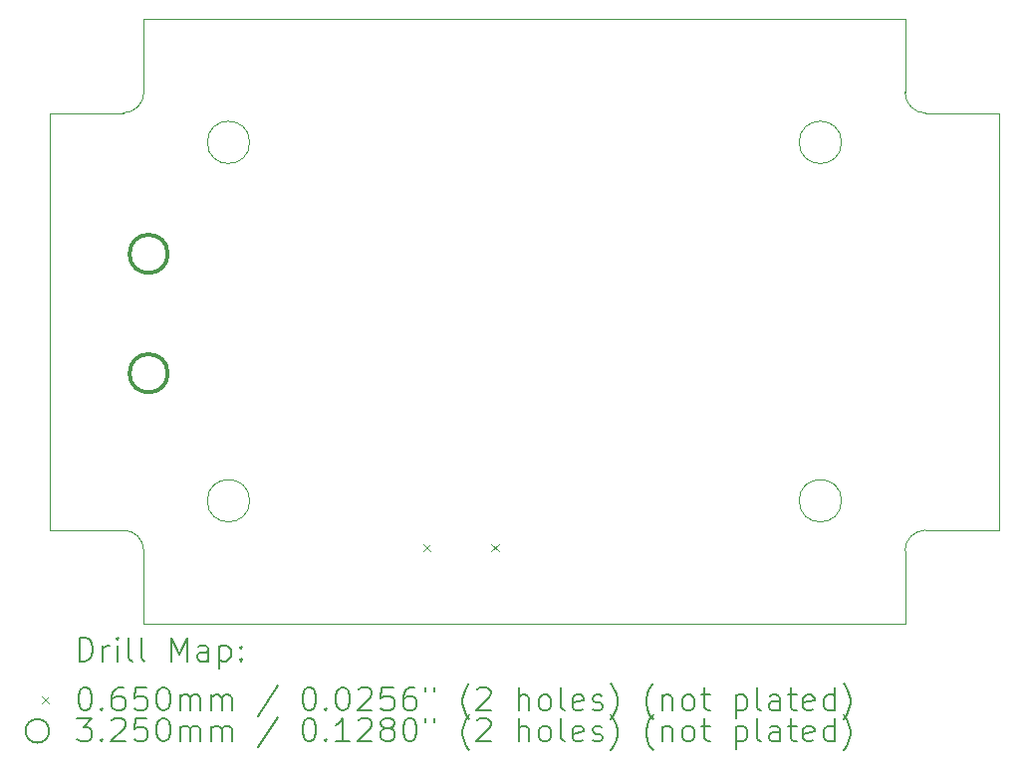
<source format=gbr>
%FSLAX45Y45*%
G04 Gerber Fmt 4.5, Leading zero omitted, Abs format (unit mm)*
G04 Created by KiCad (PCBNEW 5.99.0-unknown-4e273827f0~131~ubuntu20.04.1) date 2021-08-17 12:47:08*
%MOMM*%
%LPD*%
G01*
G04 APERTURE LIST*
%TA.AperFunction,Profile*%
%ADD10C,0.100000*%
%TD*%
%ADD11C,0.200000*%
%ADD12C,0.065000*%
%ADD13C,0.325000*%
G04 APERTURE END LIST*
D10*
X9910000Y-12595000D02*
X9910000Y-13220000D01*
X4340000Y-9120000D02*
G75*
G03*
X4340000Y-9120000I-180000J0D01*
G01*
X4340000Y-12170000D02*
G75*
G03*
X4340000Y-12170000I-180000J0D01*
G01*
X3265000Y-12420000D02*
G75*
G02*
X3440000Y-12595000I0J-175000D01*
G01*
X9910000Y-13220000D02*
X3440000Y-13220000D01*
X10710000Y-8870000D02*
X10710000Y-12420000D01*
X3440000Y-13220000D02*
X3440000Y-12595000D01*
X9910000Y-12595000D02*
G75*
G02*
X10085000Y-12420000I175000J0D01*
G01*
X9910000Y-8070000D02*
X9910000Y-8695000D01*
X2640000Y-8870000D02*
X3265000Y-8870000D01*
X3440000Y-8695000D02*
X3440000Y-8070000D01*
X10085000Y-8870000D02*
G75*
G02*
X9910000Y-8695000I0J175000D01*
G01*
X3440000Y-8070000D02*
X9910000Y-8070000D01*
X3440000Y-8695000D02*
G75*
G02*
X3265000Y-8870000I-175000J0D01*
G01*
X9370000Y-9120000D02*
G75*
G03*
X9370000Y-9120000I-180000J0D01*
G01*
X10085000Y-8870000D02*
X10710000Y-8870000D01*
X10710000Y-12420000D02*
X10085000Y-12420000D01*
X2640000Y-12420000D02*
X2640000Y-8870000D01*
X3265000Y-12420000D02*
X2640000Y-12420000D01*
X9370000Y-12170000D02*
G75*
G03*
X9370000Y-12170000I-180000J0D01*
G01*
D11*
D12*
X5813500Y-12537500D02*
X5878500Y-12602500D01*
X5878500Y-12537500D02*
X5813500Y-12602500D01*
X6391500Y-12537500D02*
X6456500Y-12602500D01*
X6456500Y-12537500D02*
X6391500Y-12602500D01*
D13*
X3643500Y-10069000D02*
G75*
G03*
X3643500Y-10069000I-162500J0D01*
G01*
X3643500Y-11085000D02*
G75*
G03*
X3643500Y-11085000I-162500J0D01*
G01*
D11*
X2892619Y-13535476D02*
X2892619Y-13335476D01*
X2940238Y-13335476D01*
X2968809Y-13345000D01*
X2987857Y-13364048D01*
X2997381Y-13383095D01*
X3006905Y-13421190D01*
X3006905Y-13449762D01*
X2997381Y-13487857D01*
X2987857Y-13506905D01*
X2968809Y-13525952D01*
X2940238Y-13535476D01*
X2892619Y-13535476D01*
X3092619Y-13535476D02*
X3092619Y-13402143D01*
X3092619Y-13440238D02*
X3102143Y-13421190D01*
X3111667Y-13411667D01*
X3130714Y-13402143D01*
X3149762Y-13402143D01*
X3216428Y-13535476D02*
X3216428Y-13402143D01*
X3216428Y-13335476D02*
X3206905Y-13345000D01*
X3216428Y-13354524D01*
X3225952Y-13345000D01*
X3216428Y-13335476D01*
X3216428Y-13354524D01*
X3340238Y-13535476D02*
X3321190Y-13525952D01*
X3311667Y-13506905D01*
X3311667Y-13335476D01*
X3445000Y-13535476D02*
X3425952Y-13525952D01*
X3416428Y-13506905D01*
X3416428Y-13335476D01*
X3673571Y-13535476D02*
X3673571Y-13335476D01*
X3740238Y-13478333D01*
X3806905Y-13335476D01*
X3806905Y-13535476D01*
X3987857Y-13535476D02*
X3987857Y-13430714D01*
X3978333Y-13411667D01*
X3959286Y-13402143D01*
X3921190Y-13402143D01*
X3902143Y-13411667D01*
X3987857Y-13525952D02*
X3968809Y-13535476D01*
X3921190Y-13535476D01*
X3902143Y-13525952D01*
X3892619Y-13506905D01*
X3892619Y-13487857D01*
X3902143Y-13468809D01*
X3921190Y-13459286D01*
X3968809Y-13459286D01*
X3987857Y-13449762D01*
X4083095Y-13402143D02*
X4083095Y-13602143D01*
X4083095Y-13411667D02*
X4102143Y-13402143D01*
X4140238Y-13402143D01*
X4159286Y-13411667D01*
X4168809Y-13421190D01*
X4178333Y-13440238D01*
X4178333Y-13497381D01*
X4168809Y-13516428D01*
X4159286Y-13525952D01*
X4140238Y-13535476D01*
X4102143Y-13535476D01*
X4083095Y-13525952D01*
X4264048Y-13516428D02*
X4273571Y-13525952D01*
X4264048Y-13535476D01*
X4254524Y-13525952D01*
X4264048Y-13516428D01*
X4264048Y-13535476D01*
X4264048Y-13411667D02*
X4273571Y-13421190D01*
X4264048Y-13430714D01*
X4254524Y-13421190D01*
X4264048Y-13411667D01*
X4264048Y-13430714D01*
D12*
X2570000Y-13832500D02*
X2635000Y-13897500D01*
X2635000Y-13832500D02*
X2570000Y-13897500D01*
D11*
X2930714Y-13755476D02*
X2949762Y-13755476D01*
X2968809Y-13765000D01*
X2978333Y-13774524D01*
X2987857Y-13793571D01*
X2997381Y-13831667D01*
X2997381Y-13879286D01*
X2987857Y-13917381D01*
X2978333Y-13936428D01*
X2968809Y-13945952D01*
X2949762Y-13955476D01*
X2930714Y-13955476D01*
X2911667Y-13945952D01*
X2902143Y-13936428D01*
X2892619Y-13917381D01*
X2883095Y-13879286D01*
X2883095Y-13831667D01*
X2892619Y-13793571D01*
X2902143Y-13774524D01*
X2911667Y-13765000D01*
X2930714Y-13755476D01*
X3083095Y-13936428D02*
X3092619Y-13945952D01*
X3083095Y-13955476D01*
X3073571Y-13945952D01*
X3083095Y-13936428D01*
X3083095Y-13955476D01*
X3264048Y-13755476D02*
X3225952Y-13755476D01*
X3206905Y-13765000D01*
X3197381Y-13774524D01*
X3178333Y-13803095D01*
X3168809Y-13841190D01*
X3168809Y-13917381D01*
X3178333Y-13936428D01*
X3187857Y-13945952D01*
X3206905Y-13955476D01*
X3245000Y-13955476D01*
X3264048Y-13945952D01*
X3273571Y-13936428D01*
X3283095Y-13917381D01*
X3283095Y-13869762D01*
X3273571Y-13850714D01*
X3264048Y-13841190D01*
X3245000Y-13831667D01*
X3206905Y-13831667D01*
X3187857Y-13841190D01*
X3178333Y-13850714D01*
X3168809Y-13869762D01*
X3464048Y-13755476D02*
X3368809Y-13755476D01*
X3359286Y-13850714D01*
X3368809Y-13841190D01*
X3387857Y-13831667D01*
X3435476Y-13831667D01*
X3454524Y-13841190D01*
X3464048Y-13850714D01*
X3473571Y-13869762D01*
X3473571Y-13917381D01*
X3464048Y-13936428D01*
X3454524Y-13945952D01*
X3435476Y-13955476D01*
X3387857Y-13955476D01*
X3368809Y-13945952D01*
X3359286Y-13936428D01*
X3597381Y-13755476D02*
X3616428Y-13755476D01*
X3635476Y-13765000D01*
X3645000Y-13774524D01*
X3654524Y-13793571D01*
X3664048Y-13831667D01*
X3664048Y-13879286D01*
X3654524Y-13917381D01*
X3645000Y-13936428D01*
X3635476Y-13945952D01*
X3616428Y-13955476D01*
X3597381Y-13955476D01*
X3578333Y-13945952D01*
X3568809Y-13936428D01*
X3559286Y-13917381D01*
X3549762Y-13879286D01*
X3549762Y-13831667D01*
X3559286Y-13793571D01*
X3568809Y-13774524D01*
X3578333Y-13765000D01*
X3597381Y-13755476D01*
X3749762Y-13955476D02*
X3749762Y-13822143D01*
X3749762Y-13841190D02*
X3759286Y-13831667D01*
X3778333Y-13822143D01*
X3806905Y-13822143D01*
X3825952Y-13831667D01*
X3835476Y-13850714D01*
X3835476Y-13955476D01*
X3835476Y-13850714D02*
X3845000Y-13831667D01*
X3864048Y-13822143D01*
X3892619Y-13822143D01*
X3911667Y-13831667D01*
X3921190Y-13850714D01*
X3921190Y-13955476D01*
X4016428Y-13955476D02*
X4016428Y-13822143D01*
X4016428Y-13841190D02*
X4025952Y-13831667D01*
X4045000Y-13822143D01*
X4073571Y-13822143D01*
X4092619Y-13831667D01*
X4102143Y-13850714D01*
X4102143Y-13955476D01*
X4102143Y-13850714D02*
X4111667Y-13831667D01*
X4130714Y-13822143D01*
X4159286Y-13822143D01*
X4178333Y-13831667D01*
X4187857Y-13850714D01*
X4187857Y-13955476D01*
X4578333Y-13745952D02*
X4406905Y-14003095D01*
X4835476Y-13755476D02*
X4854524Y-13755476D01*
X4873571Y-13765000D01*
X4883095Y-13774524D01*
X4892619Y-13793571D01*
X4902143Y-13831667D01*
X4902143Y-13879286D01*
X4892619Y-13917381D01*
X4883095Y-13936428D01*
X4873571Y-13945952D01*
X4854524Y-13955476D01*
X4835476Y-13955476D01*
X4816429Y-13945952D01*
X4806905Y-13936428D01*
X4797381Y-13917381D01*
X4787857Y-13879286D01*
X4787857Y-13831667D01*
X4797381Y-13793571D01*
X4806905Y-13774524D01*
X4816429Y-13765000D01*
X4835476Y-13755476D01*
X4987857Y-13936428D02*
X4997381Y-13945952D01*
X4987857Y-13955476D01*
X4978333Y-13945952D01*
X4987857Y-13936428D01*
X4987857Y-13955476D01*
X5121190Y-13755476D02*
X5140238Y-13755476D01*
X5159286Y-13765000D01*
X5168810Y-13774524D01*
X5178333Y-13793571D01*
X5187857Y-13831667D01*
X5187857Y-13879286D01*
X5178333Y-13917381D01*
X5168810Y-13936428D01*
X5159286Y-13945952D01*
X5140238Y-13955476D01*
X5121190Y-13955476D01*
X5102143Y-13945952D01*
X5092619Y-13936428D01*
X5083095Y-13917381D01*
X5073571Y-13879286D01*
X5073571Y-13831667D01*
X5083095Y-13793571D01*
X5092619Y-13774524D01*
X5102143Y-13765000D01*
X5121190Y-13755476D01*
X5264048Y-13774524D02*
X5273571Y-13765000D01*
X5292619Y-13755476D01*
X5340238Y-13755476D01*
X5359286Y-13765000D01*
X5368810Y-13774524D01*
X5378333Y-13793571D01*
X5378333Y-13812619D01*
X5368810Y-13841190D01*
X5254524Y-13955476D01*
X5378333Y-13955476D01*
X5559286Y-13755476D02*
X5464048Y-13755476D01*
X5454524Y-13850714D01*
X5464048Y-13841190D01*
X5483095Y-13831667D01*
X5530714Y-13831667D01*
X5549762Y-13841190D01*
X5559286Y-13850714D01*
X5568810Y-13869762D01*
X5568810Y-13917381D01*
X5559286Y-13936428D01*
X5549762Y-13945952D01*
X5530714Y-13955476D01*
X5483095Y-13955476D01*
X5464048Y-13945952D01*
X5454524Y-13936428D01*
X5740238Y-13755476D02*
X5702143Y-13755476D01*
X5683095Y-13765000D01*
X5673571Y-13774524D01*
X5654524Y-13803095D01*
X5645000Y-13841190D01*
X5645000Y-13917381D01*
X5654524Y-13936428D01*
X5664048Y-13945952D01*
X5683095Y-13955476D01*
X5721190Y-13955476D01*
X5740238Y-13945952D01*
X5749762Y-13936428D01*
X5759286Y-13917381D01*
X5759286Y-13869762D01*
X5749762Y-13850714D01*
X5740238Y-13841190D01*
X5721190Y-13831667D01*
X5683095Y-13831667D01*
X5664048Y-13841190D01*
X5654524Y-13850714D01*
X5645000Y-13869762D01*
X5835476Y-13755476D02*
X5835476Y-13793571D01*
X5911667Y-13755476D02*
X5911667Y-13793571D01*
X6206905Y-14031667D02*
X6197381Y-14022143D01*
X6178333Y-13993571D01*
X6168809Y-13974524D01*
X6159286Y-13945952D01*
X6149762Y-13898333D01*
X6149762Y-13860238D01*
X6159286Y-13812619D01*
X6168809Y-13784048D01*
X6178333Y-13765000D01*
X6197381Y-13736428D01*
X6206905Y-13726905D01*
X6273571Y-13774524D02*
X6283095Y-13765000D01*
X6302143Y-13755476D01*
X6349762Y-13755476D01*
X6368809Y-13765000D01*
X6378333Y-13774524D01*
X6387857Y-13793571D01*
X6387857Y-13812619D01*
X6378333Y-13841190D01*
X6264048Y-13955476D01*
X6387857Y-13955476D01*
X6625952Y-13955476D02*
X6625952Y-13755476D01*
X6711667Y-13955476D02*
X6711667Y-13850714D01*
X6702143Y-13831667D01*
X6683095Y-13822143D01*
X6654524Y-13822143D01*
X6635476Y-13831667D01*
X6625952Y-13841190D01*
X6835476Y-13955476D02*
X6816428Y-13945952D01*
X6806905Y-13936428D01*
X6797381Y-13917381D01*
X6797381Y-13860238D01*
X6806905Y-13841190D01*
X6816428Y-13831667D01*
X6835476Y-13822143D01*
X6864048Y-13822143D01*
X6883095Y-13831667D01*
X6892619Y-13841190D01*
X6902143Y-13860238D01*
X6902143Y-13917381D01*
X6892619Y-13936428D01*
X6883095Y-13945952D01*
X6864048Y-13955476D01*
X6835476Y-13955476D01*
X7016428Y-13955476D02*
X6997381Y-13945952D01*
X6987857Y-13926905D01*
X6987857Y-13755476D01*
X7168809Y-13945952D02*
X7149762Y-13955476D01*
X7111667Y-13955476D01*
X7092619Y-13945952D01*
X7083095Y-13926905D01*
X7083095Y-13850714D01*
X7092619Y-13831667D01*
X7111667Y-13822143D01*
X7149762Y-13822143D01*
X7168809Y-13831667D01*
X7178333Y-13850714D01*
X7178333Y-13869762D01*
X7083095Y-13888809D01*
X7254524Y-13945952D02*
X7273571Y-13955476D01*
X7311667Y-13955476D01*
X7330714Y-13945952D01*
X7340238Y-13926905D01*
X7340238Y-13917381D01*
X7330714Y-13898333D01*
X7311667Y-13888809D01*
X7283095Y-13888809D01*
X7264048Y-13879286D01*
X7254524Y-13860238D01*
X7254524Y-13850714D01*
X7264048Y-13831667D01*
X7283095Y-13822143D01*
X7311667Y-13822143D01*
X7330714Y-13831667D01*
X7406905Y-14031667D02*
X7416428Y-14022143D01*
X7435476Y-13993571D01*
X7445000Y-13974524D01*
X7454524Y-13945952D01*
X7464048Y-13898333D01*
X7464048Y-13860238D01*
X7454524Y-13812619D01*
X7445000Y-13784048D01*
X7435476Y-13765000D01*
X7416428Y-13736428D01*
X7406905Y-13726905D01*
X7768809Y-14031667D02*
X7759286Y-14022143D01*
X7740238Y-13993571D01*
X7730714Y-13974524D01*
X7721190Y-13945952D01*
X7711667Y-13898333D01*
X7711667Y-13860238D01*
X7721190Y-13812619D01*
X7730714Y-13784048D01*
X7740238Y-13765000D01*
X7759286Y-13736428D01*
X7768809Y-13726905D01*
X7845000Y-13822143D02*
X7845000Y-13955476D01*
X7845000Y-13841190D02*
X7854524Y-13831667D01*
X7873571Y-13822143D01*
X7902143Y-13822143D01*
X7921190Y-13831667D01*
X7930714Y-13850714D01*
X7930714Y-13955476D01*
X8054524Y-13955476D02*
X8035476Y-13945952D01*
X8025952Y-13936428D01*
X8016428Y-13917381D01*
X8016428Y-13860238D01*
X8025952Y-13841190D01*
X8035476Y-13831667D01*
X8054524Y-13822143D01*
X8083095Y-13822143D01*
X8102143Y-13831667D01*
X8111667Y-13841190D01*
X8121190Y-13860238D01*
X8121190Y-13917381D01*
X8111667Y-13936428D01*
X8102143Y-13945952D01*
X8083095Y-13955476D01*
X8054524Y-13955476D01*
X8178333Y-13822143D02*
X8254524Y-13822143D01*
X8206905Y-13755476D02*
X8206905Y-13926905D01*
X8216428Y-13945952D01*
X8235476Y-13955476D01*
X8254524Y-13955476D01*
X8473571Y-13822143D02*
X8473571Y-14022143D01*
X8473571Y-13831667D02*
X8492619Y-13822143D01*
X8530714Y-13822143D01*
X8549762Y-13831667D01*
X8559286Y-13841190D01*
X8568810Y-13860238D01*
X8568810Y-13917381D01*
X8559286Y-13936428D01*
X8549762Y-13945952D01*
X8530714Y-13955476D01*
X8492619Y-13955476D01*
X8473571Y-13945952D01*
X8683095Y-13955476D02*
X8664048Y-13945952D01*
X8654524Y-13926905D01*
X8654524Y-13755476D01*
X8845000Y-13955476D02*
X8845000Y-13850714D01*
X8835476Y-13831667D01*
X8816429Y-13822143D01*
X8778333Y-13822143D01*
X8759286Y-13831667D01*
X8845000Y-13945952D02*
X8825952Y-13955476D01*
X8778333Y-13955476D01*
X8759286Y-13945952D01*
X8749762Y-13926905D01*
X8749762Y-13907857D01*
X8759286Y-13888809D01*
X8778333Y-13879286D01*
X8825952Y-13879286D01*
X8845000Y-13869762D01*
X8911667Y-13822143D02*
X8987857Y-13822143D01*
X8940238Y-13755476D02*
X8940238Y-13926905D01*
X8949762Y-13945952D01*
X8968810Y-13955476D01*
X8987857Y-13955476D01*
X9130714Y-13945952D02*
X9111667Y-13955476D01*
X9073571Y-13955476D01*
X9054524Y-13945952D01*
X9045000Y-13926905D01*
X9045000Y-13850714D01*
X9054524Y-13831667D01*
X9073571Y-13822143D01*
X9111667Y-13822143D01*
X9130714Y-13831667D01*
X9140238Y-13850714D01*
X9140238Y-13869762D01*
X9045000Y-13888809D01*
X9311667Y-13955476D02*
X9311667Y-13755476D01*
X9311667Y-13945952D02*
X9292619Y-13955476D01*
X9254524Y-13955476D01*
X9235476Y-13945952D01*
X9225952Y-13936428D01*
X9216429Y-13917381D01*
X9216429Y-13860238D01*
X9225952Y-13841190D01*
X9235476Y-13831667D01*
X9254524Y-13822143D01*
X9292619Y-13822143D01*
X9311667Y-13831667D01*
X9387857Y-14031667D02*
X9397381Y-14022143D01*
X9416429Y-13993571D01*
X9425952Y-13974524D01*
X9435476Y-13945952D01*
X9445000Y-13898333D01*
X9445000Y-13860238D01*
X9435476Y-13812619D01*
X9425952Y-13784048D01*
X9416429Y-13765000D01*
X9397381Y-13736428D01*
X9387857Y-13726905D01*
X2635000Y-14129000D02*
G75*
G03*
X2635000Y-14129000I-100000J0D01*
G01*
X2873571Y-14019476D02*
X2997381Y-14019476D01*
X2930714Y-14095667D01*
X2959286Y-14095667D01*
X2978333Y-14105190D01*
X2987857Y-14114714D01*
X2997381Y-14133762D01*
X2997381Y-14181381D01*
X2987857Y-14200428D01*
X2978333Y-14209952D01*
X2959286Y-14219476D01*
X2902143Y-14219476D01*
X2883095Y-14209952D01*
X2873571Y-14200428D01*
X3083095Y-14200428D02*
X3092619Y-14209952D01*
X3083095Y-14219476D01*
X3073571Y-14209952D01*
X3083095Y-14200428D01*
X3083095Y-14219476D01*
X3168809Y-14038524D02*
X3178333Y-14029000D01*
X3197381Y-14019476D01*
X3245000Y-14019476D01*
X3264048Y-14029000D01*
X3273571Y-14038524D01*
X3283095Y-14057571D01*
X3283095Y-14076619D01*
X3273571Y-14105190D01*
X3159286Y-14219476D01*
X3283095Y-14219476D01*
X3464048Y-14019476D02*
X3368809Y-14019476D01*
X3359286Y-14114714D01*
X3368809Y-14105190D01*
X3387857Y-14095667D01*
X3435476Y-14095667D01*
X3454524Y-14105190D01*
X3464048Y-14114714D01*
X3473571Y-14133762D01*
X3473571Y-14181381D01*
X3464048Y-14200428D01*
X3454524Y-14209952D01*
X3435476Y-14219476D01*
X3387857Y-14219476D01*
X3368809Y-14209952D01*
X3359286Y-14200428D01*
X3597381Y-14019476D02*
X3616428Y-14019476D01*
X3635476Y-14029000D01*
X3645000Y-14038524D01*
X3654524Y-14057571D01*
X3664048Y-14095667D01*
X3664048Y-14143286D01*
X3654524Y-14181381D01*
X3645000Y-14200428D01*
X3635476Y-14209952D01*
X3616428Y-14219476D01*
X3597381Y-14219476D01*
X3578333Y-14209952D01*
X3568809Y-14200428D01*
X3559286Y-14181381D01*
X3549762Y-14143286D01*
X3549762Y-14095667D01*
X3559286Y-14057571D01*
X3568809Y-14038524D01*
X3578333Y-14029000D01*
X3597381Y-14019476D01*
X3749762Y-14219476D02*
X3749762Y-14086143D01*
X3749762Y-14105190D02*
X3759286Y-14095667D01*
X3778333Y-14086143D01*
X3806905Y-14086143D01*
X3825952Y-14095667D01*
X3835476Y-14114714D01*
X3835476Y-14219476D01*
X3835476Y-14114714D02*
X3845000Y-14095667D01*
X3864048Y-14086143D01*
X3892619Y-14086143D01*
X3911667Y-14095667D01*
X3921190Y-14114714D01*
X3921190Y-14219476D01*
X4016428Y-14219476D02*
X4016428Y-14086143D01*
X4016428Y-14105190D02*
X4025952Y-14095667D01*
X4045000Y-14086143D01*
X4073571Y-14086143D01*
X4092619Y-14095667D01*
X4102143Y-14114714D01*
X4102143Y-14219476D01*
X4102143Y-14114714D02*
X4111667Y-14095667D01*
X4130714Y-14086143D01*
X4159286Y-14086143D01*
X4178333Y-14095667D01*
X4187857Y-14114714D01*
X4187857Y-14219476D01*
X4578333Y-14009952D02*
X4406905Y-14267095D01*
X4835476Y-14019476D02*
X4854524Y-14019476D01*
X4873571Y-14029000D01*
X4883095Y-14038524D01*
X4892619Y-14057571D01*
X4902143Y-14095667D01*
X4902143Y-14143286D01*
X4892619Y-14181381D01*
X4883095Y-14200428D01*
X4873571Y-14209952D01*
X4854524Y-14219476D01*
X4835476Y-14219476D01*
X4816429Y-14209952D01*
X4806905Y-14200428D01*
X4797381Y-14181381D01*
X4787857Y-14143286D01*
X4787857Y-14095667D01*
X4797381Y-14057571D01*
X4806905Y-14038524D01*
X4816429Y-14029000D01*
X4835476Y-14019476D01*
X4987857Y-14200428D02*
X4997381Y-14209952D01*
X4987857Y-14219476D01*
X4978333Y-14209952D01*
X4987857Y-14200428D01*
X4987857Y-14219476D01*
X5187857Y-14219476D02*
X5073571Y-14219476D01*
X5130714Y-14219476D02*
X5130714Y-14019476D01*
X5111667Y-14048048D01*
X5092619Y-14067095D01*
X5073571Y-14076619D01*
X5264048Y-14038524D02*
X5273571Y-14029000D01*
X5292619Y-14019476D01*
X5340238Y-14019476D01*
X5359286Y-14029000D01*
X5368810Y-14038524D01*
X5378333Y-14057571D01*
X5378333Y-14076619D01*
X5368810Y-14105190D01*
X5254524Y-14219476D01*
X5378333Y-14219476D01*
X5492619Y-14105190D02*
X5473571Y-14095667D01*
X5464048Y-14086143D01*
X5454524Y-14067095D01*
X5454524Y-14057571D01*
X5464048Y-14038524D01*
X5473571Y-14029000D01*
X5492619Y-14019476D01*
X5530714Y-14019476D01*
X5549762Y-14029000D01*
X5559286Y-14038524D01*
X5568810Y-14057571D01*
X5568810Y-14067095D01*
X5559286Y-14086143D01*
X5549762Y-14095667D01*
X5530714Y-14105190D01*
X5492619Y-14105190D01*
X5473571Y-14114714D01*
X5464048Y-14124238D01*
X5454524Y-14143286D01*
X5454524Y-14181381D01*
X5464048Y-14200428D01*
X5473571Y-14209952D01*
X5492619Y-14219476D01*
X5530714Y-14219476D01*
X5549762Y-14209952D01*
X5559286Y-14200428D01*
X5568810Y-14181381D01*
X5568810Y-14143286D01*
X5559286Y-14124238D01*
X5549762Y-14114714D01*
X5530714Y-14105190D01*
X5692619Y-14019476D02*
X5711667Y-14019476D01*
X5730714Y-14029000D01*
X5740238Y-14038524D01*
X5749762Y-14057571D01*
X5759286Y-14095667D01*
X5759286Y-14143286D01*
X5749762Y-14181381D01*
X5740238Y-14200428D01*
X5730714Y-14209952D01*
X5711667Y-14219476D01*
X5692619Y-14219476D01*
X5673571Y-14209952D01*
X5664048Y-14200428D01*
X5654524Y-14181381D01*
X5645000Y-14143286D01*
X5645000Y-14095667D01*
X5654524Y-14057571D01*
X5664048Y-14038524D01*
X5673571Y-14029000D01*
X5692619Y-14019476D01*
X5835476Y-14019476D02*
X5835476Y-14057571D01*
X5911667Y-14019476D02*
X5911667Y-14057571D01*
X6206905Y-14295667D02*
X6197381Y-14286143D01*
X6178333Y-14257571D01*
X6168809Y-14238524D01*
X6159286Y-14209952D01*
X6149762Y-14162333D01*
X6149762Y-14124238D01*
X6159286Y-14076619D01*
X6168809Y-14048048D01*
X6178333Y-14029000D01*
X6197381Y-14000428D01*
X6206905Y-13990905D01*
X6273571Y-14038524D02*
X6283095Y-14029000D01*
X6302143Y-14019476D01*
X6349762Y-14019476D01*
X6368809Y-14029000D01*
X6378333Y-14038524D01*
X6387857Y-14057571D01*
X6387857Y-14076619D01*
X6378333Y-14105190D01*
X6264048Y-14219476D01*
X6387857Y-14219476D01*
X6625952Y-14219476D02*
X6625952Y-14019476D01*
X6711667Y-14219476D02*
X6711667Y-14114714D01*
X6702143Y-14095667D01*
X6683095Y-14086143D01*
X6654524Y-14086143D01*
X6635476Y-14095667D01*
X6625952Y-14105190D01*
X6835476Y-14219476D02*
X6816428Y-14209952D01*
X6806905Y-14200428D01*
X6797381Y-14181381D01*
X6797381Y-14124238D01*
X6806905Y-14105190D01*
X6816428Y-14095667D01*
X6835476Y-14086143D01*
X6864048Y-14086143D01*
X6883095Y-14095667D01*
X6892619Y-14105190D01*
X6902143Y-14124238D01*
X6902143Y-14181381D01*
X6892619Y-14200428D01*
X6883095Y-14209952D01*
X6864048Y-14219476D01*
X6835476Y-14219476D01*
X7016428Y-14219476D02*
X6997381Y-14209952D01*
X6987857Y-14190905D01*
X6987857Y-14019476D01*
X7168809Y-14209952D02*
X7149762Y-14219476D01*
X7111667Y-14219476D01*
X7092619Y-14209952D01*
X7083095Y-14190905D01*
X7083095Y-14114714D01*
X7092619Y-14095667D01*
X7111667Y-14086143D01*
X7149762Y-14086143D01*
X7168809Y-14095667D01*
X7178333Y-14114714D01*
X7178333Y-14133762D01*
X7083095Y-14152809D01*
X7254524Y-14209952D02*
X7273571Y-14219476D01*
X7311667Y-14219476D01*
X7330714Y-14209952D01*
X7340238Y-14190905D01*
X7340238Y-14181381D01*
X7330714Y-14162333D01*
X7311667Y-14152809D01*
X7283095Y-14152809D01*
X7264048Y-14143286D01*
X7254524Y-14124238D01*
X7254524Y-14114714D01*
X7264048Y-14095667D01*
X7283095Y-14086143D01*
X7311667Y-14086143D01*
X7330714Y-14095667D01*
X7406905Y-14295667D02*
X7416428Y-14286143D01*
X7435476Y-14257571D01*
X7445000Y-14238524D01*
X7454524Y-14209952D01*
X7464048Y-14162333D01*
X7464048Y-14124238D01*
X7454524Y-14076619D01*
X7445000Y-14048048D01*
X7435476Y-14029000D01*
X7416428Y-14000428D01*
X7406905Y-13990905D01*
X7768809Y-14295667D02*
X7759286Y-14286143D01*
X7740238Y-14257571D01*
X7730714Y-14238524D01*
X7721190Y-14209952D01*
X7711667Y-14162333D01*
X7711667Y-14124238D01*
X7721190Y-14076619D01*
X7730714Y-14048048D01*
X7740238Y-14029000D01*
X7759286Y-14000428D01*
X7768809Y-13990905D01*
X7845000Y-14086143D02*
X7845000Y-14219476D01*
X7845000Y-14105190D02*
X7854524Y-14095667D01*
X7873571Y-14086143D01*
X7902143Y-14086143D01*
X7921190Y-14095667D01*
X7930714Y-14114714D01*
X7930714Y-14219476D01*
X8054524Y-14219476D02*
X8035476Y-14209952D01*
X8025952Y-14200428D01*
X8016428Y-14181381D01*
X8016428Y-14124238D01*
X8025952Y-14105190D01*
X8035476Y-14095667D01*
X8054524Y-14086143D01*
X8083095Y-14086143D01*
X8102143Y-14095667D01*
X8111667Y-14105190D01*
X8121190Y-14124238D01*
X8121190Y-14181381D01*
X8111667Y-14200428D01*
X8102143Y-14209952D01*
X8083095Y-14219476D01*
X8054524Y-14219476D01*
X8178333Y-14086143D02*
X8254524Y-14086143D01*
X8206905Y-14019476D02*
X8206905Y-14190905D01*
X8216428Y-14209952D01*
X8235476Y-14219476D01*
X8254524Y-14219476D01*
X8473571Y-14086143D02*
X8473571Y-14286143D01*
X8473571Y-14095667D02*
X8492619Y-14086143D01*
X8530714Y-14086143D01*
X8549762Y-14095667D01*
X8559286Y-14105190D01*
X8568810Y-14124238D01*
X8568810Y-14181381D01*
X8559286Y-14200428D01*
X8549762Y-14209952D01*
X8530714Y-14219476D01*
X8492619Y-14219476D01*
X8473571Y-14209952D01*
X8683095Y-14219476D02*
X8664048Y-14209952D01*
X8654524Y-14190905D01*
X8654524Y-14019476D01*
X8845000Y-14219476D02*
X8845000Y-14114714D01*
X8835476Y-14095667D01*
X8816429Y-14086143D01*
X8778333Y-14086143D01*
X8759286Y-14095667D01*
X8845000Y-14209952D02*
X8825952Y-14219476D01*
X8778333Y-14219476D01*
X8759286Y-14209952D01*
X8749762Y-14190905D01*
X8749762Y-14171857D01*
X8759286Y-14152809D01*
X8778333Y-14143286D01*
X8825952Y-14143286D01*
X8845000Y-14133762D01*
X8911667Y-14086143D02*
X8987857Y-14086143D01*
X8940238Y-14019476D02*
X8940238Y-14190905D01*
X8949762Y-14209952D01*
X8968810Y-14219476D01*
X8987857Y-14219476D01*
X9130714Y-14209952D02*
X9111667Y-14219476D01*
X9073571Y-14219476D01*
X9054524Y-14209952D01*
X9045000Y-14190905D01*
X9045000Y-14114714D01*
X9054524Y-14095667D01*
X9073571Y-14086143D01*
X9111667Y-14086143D01*
X9130714Y-14095667D01*
X9140238Y-14114714D01*
X9140238Y-14133762D01*
X9045000Y-14152809D01*
X9311667Y-14219476D02*
X9311667Y-14019476D01*
X9311667Y-14209952D02*
X9292619Y-14219476D01*
X9254524Y-14219476D01*
X9235476Y-14209952D01*
X9225952Y-14200428D01*
X9216429Y-14181381D01*
X9216429Y-14124238D01*
X9225952Y-14105190D01*
X9235476Y-14095667D01*
X9254524Y-14086143D01*
X9292619Y-14086143D01*
X9311667Y-14095667D01*
X9387857Y-14295667D02*
X9397381Y-14286143D01*
X9416429Y-14257571D01*
X9425952Y-14238524D01*
X9435476Y-14209952D01*
X9445000Y-14162333D01*
X9445000Y-14124238D01*
X9435476Y-14076619D01*
X9425952Y-14048048D01*
X9416429Y-14029000D01*
X9397381Y-14000428D01*
X9387857Y-13990905D01*
M02*

</source>
